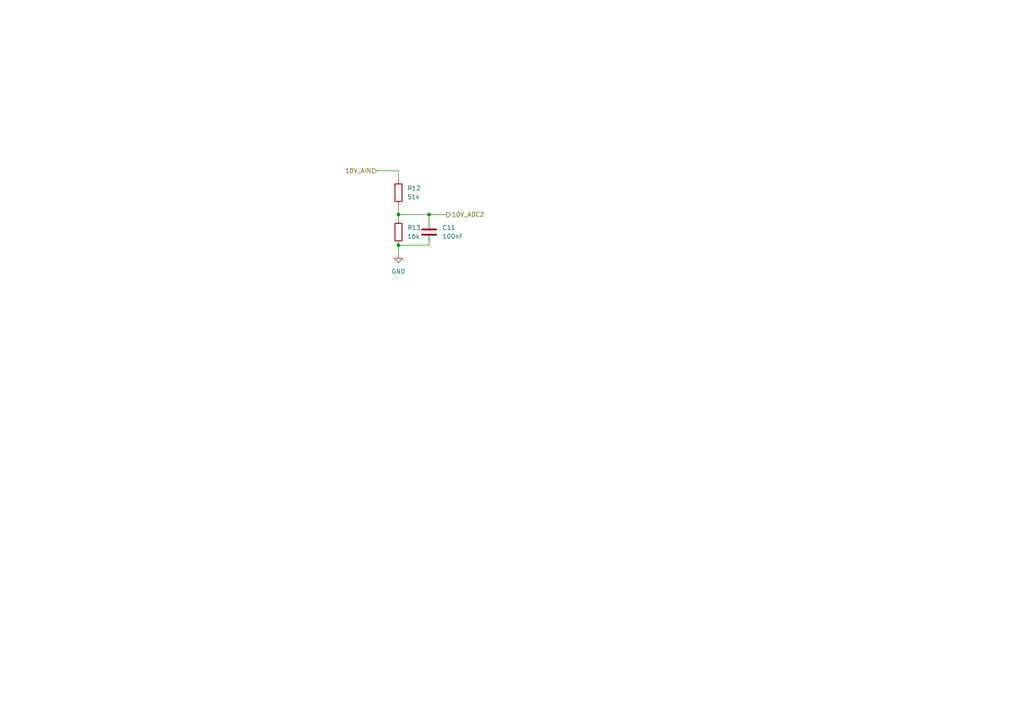
<source format=kicad_sch>
(kicad_sch
	(version 20250114)
	(generator "eeschema")
	(generator_version "9.0")
	(uuid "8628bacb-aef7-4252-8e06-1f46c013c9e8")
	(paper "A4")
	(lib_symbols
		(symbol "Device:C"
			(pin_numbers
				(hide yes)
			)
			(pin_names
				(offset 0.254)
			)
			(exclude_from_sim no)
			(in_bom yes)
			(on_board yes)
			(property "Reference" "C"
				(at 0.635 2.54 0)
				(effects
					(font
						(size 1.27 1.27)
					)
					(justify left)
				)
			)
			(property "Value" "C"
				(at 0.635 -2.54 0)
				(effects
					(font
						(size 1.27 1.27)
					)
					(justify left)
				)
			)
			(property "Footprint" ""
				(at 0.9652 -3.81 0)
				(effects
					(font
						(size 1.27 1.27)
					)
					(hide yes)
				)
			)
			(property "Datasheet" "~"
				(at 0 0 0)
				(effects
					(font
						(size 1.27 1.27)
					)
					(hide yes)
				)
			)
			(property "Description" "Unpolarized capacitor"
				(at 0 0 0)
				(effects
					(font
						(size 1.27 1.27)
					)
					(hide yes)
				)
			)
			(property "ki_keywords" "cap capacitor"
				(at 0 0 0)
				(effects
					(font
						(size 1.27 1.27)
					)
					(hide yes)
				)
			)
			(property "ki_fp_filters" "C_*"
				(at 0 0 0)
				(effects
					(font
						(size 1.27 1.27)
					)
					(hide yes)
				)
			)
			(symbol "C_0_1"
				(polyline
					(pts
						(xy -2.032 0.762) (xy 2.032 0.762)
					)
					(stroke
						(width 0.508)
						(type default)
					)
					(fill
						(type none)
					)
				)
				(polyline
					(pts
						(xy -2.032 -0.762) (xy 2.032 -0.762)
					)
					(stroke
						(width 0.508)
						(type default)
					)
					(fill
						(type none)
					)
				)
			)
			(symbol "C_1_1"
				(pin passive line
					(at 0 3.81 270)
					(length 2.794)
					(name "~"
						(effects
							(font
								(size 1.27 1.27)
							)
						)
					)
					(number "1"
						(effects
							(font
								(size 1.27 1.27)
							)
						)
					)
				)
				(pin passive line
					(at 0 -3.81 90)
					(length 2.794)
					(name "~"
						(effects
							(font
								(size 1.27 1.27)
							)
						)
					)
					(number "2"
						(effects
							(font
								(size 1.27 1.27)
							)
						)
					)
				)
			)
			(embedded_fonts no)
		)
		(symbol "Device:R"
			(pin_numbers
				(hide yes)
			)
			(pin_names
				(offset 0)
			)
			(exclude_from_sim no)
			(in_bom yes)
			(on_board yes)
			(property "Reference" "R"
				(at 2.032 0 90)
				(effects
					(font
						(size 1.27 1.27)
					)
				)
			)
			(property "Value" "R"
				(at 0 0 90)
				(effects
					(font
						(size 1.27 1.27)
					)
				)
			)
			(property "Footprint" ""
				(at -1.778 0 90)
				(effects
					(font
						(size 1.27 1.27)
					)
					(hide yes)
				)
			)
			(property "Datasheet" "~"
				(at 0 0 0)
				(effects
					(font
						(size 1.27 1.27)
					)
					(hide yes)
				)
			)
			(property "Description" "Resistor"
				(at 0 0 0)
				(effects
					(font
						(size 1.27 1.27)
					)
					(hide yes)
				)
			)
			(property "ki_keywords" "R res resistor"
				(at 0 0 0)
				(effects
					(font
						(size 1.27 1.27)
					)
					(hide yes)
				)
			)
			(property "ki_fp_filters" "R_*"
				(at 0 0 0)
				(effects
					(font
						(size 1.27 1.27)
					)
					(hide yes)
				)
			)
			(symbol "R_0_1"
				(rectangle
					(start -1.016 -2.54)
					(end 1.016 2.54)
					(stroke
						(width 0.254)
						(type default)
					)
					(fill
						(type none)
					)
				)
			)
			(symbol "R_1_1"
				(pin passive line
					(at 0 3.81 270)
					(length 1.27)
					(name "~"
						(effects
							(font
								(size 1.27 1.27)
							)
						)
					)
					(number "1"
						(effects
							(font
								(size 1.27 1.27)
							)
						)
					)
				)
				(pin passive line
					(at 0 -3.81 90)
					(length 1.27)
					(name "~"
						(effects
							(font
								(size 1.27 1.27)
							)
						)
					)
					(number "2"
						(effects
							(font
								(size 1.27 1.27)
							)
						)
					)
				)
			)
			(embedded_fonts no)
		)
		(symbol "power:GND"
			(power)
			(pin_numbers
				(hide yes)
			)
			(pin_names
				(offset 0)
				(hide yes)
			)
			(exclude_from_sim no)
			(in_bom yes)
			(on_board yes)
			(property "Reference" "#PWR"
				(at 0 -6.35 0)
				(effects
					(font
						(size 1.27 1.27)
					)
					(hide yes)
				)
			)
			(property "Value" "GND"
				(at 0 -3.81 0)
				(effects
					(font
						(size 1.27 1.27)
					)
				)
			)
			(property "Footprint" ""
				(at 0 0 0)
				(effects
					(font
						(size 1.27 1.27)
					)
					(hide yes)
				)
			)
			(property "Datasheet" ""
				(at 0 0 0)
				(effects
					(font
						(size 1.27 1.27)
					)
					(hide yes)
				)
			)
			(property "Description" "Power symbol creates a global label with name \"GND\" , ground"
				(at 0 0 0)
				(effects
					(font
						(size 1.27 1.27)
					)
					(hide yes)
				)
			)
			(property "ki_keywords" "global power"
				(at 0 0 0)
				(effects
					(font
						(size 1.27 1.27)
					)
					(hide yes)
				)
			)
			(symbol "GND_0_1"
				(polyline
					(pts
						(xy 0 0) (xy 0 -1.27) (xy 1.27 -1.27) (xy 0 -2.54) (xy -1.27 -1.27) (xy 0 -1.27)
					)
					(stroke
						(width 0)
						(type default)
					)
					(fill
						(type none)
					)
				)
			)
			(symbol "GND_1_1"
				(pin power_in line
					(at 0 0 270)
					(length 0)
					(name "~"
						(effects
							(font
								(size 1.27 1.27)
							)
						)
					)
					(number "1"
						(effects
							(font
								(size 1.27 1.27)
							)
						)
					)
				)
			)
			(embedded_fonts no)
		)
	)
	(junction
		(at 115.57 62.23)
		(diameter 0)
		(color 0 0 0 0)
		(uuid "09ac9474-48dc-469d-83d5-87e16dcc1827")
	)
	(junction
		(at 124.46 62.23)
		(diameter 0)
		(color 0 0 0 0)
		(uuid "665774ef-ad5a-4bd5-a9ae-acdb8b11745b")
	)
	(junction
		(at 115.57 71.12)
		(diameter 0)
		(color 0 0 0 0)
		(uuid "6c42d843-f158-4fa2-881a-7c37fb4977a9")
	)
	(wire
		(pts
			(xy 115.57 49.53) (xy 115.57 52.07)
		)
		(stroke
			(width 0)
			(type default)
		)
		(uuid "1b98b8b6-e99b-476d-94f2-f626c969fcec")
	)
	(wire
		(pts
			(xy 115.57 71.12) (xy 124.46 71.12)
		)
		(stroke
			(width 0)
			(type default)
		)
		(uuid "23912476-969b-4d68-b50f-c128b2e99276")
	)
	(wire
		(pts
			(xy 124.46 62.23) (xy 124.46 63.5)
		)
		(stroke
			(width 0)
			(type default)
		)
		(uuid "336e586c-2b8b-4caa-8341-5e811c235d6f")
	)
	(wire
		(pts
			(xy 115.57 71.12) (xy 115.57 73.66)
		)
		(stroke
			(width 0)
			(type default)
		)
		(uuid "833fff90-46e0-4971-a1e0-ecd8458471f3")
	)
	(wire
		(pts
			(xy 124.46 62.23) (xy 129.54 62.23)
		)
		(stroke
			(width 0)
			(type default)
		)
		(uuid "8385b4ce-db87-463b-9b14-360138bc0901")
	)
	(wire
		(pts
			(xy 115.57 62.23) (xy 115.57 63.5)
		)
		(stroke
			(width 0)
			(type default)
		)
		(uuid "8a2247ca-4971-4db0-8a52-b7598c994662")
	)
	(wire
		(pts
			(xy 115.57 62.23) (xy 124.46 62.23)
		)
		(stroke
			(width 0)
			(type default)
		)
		(uuid "c0b9b708-bbb8-491a-a748-e14fff7e59a1")
	)
	(wire
		(pts
			(xy 109.22 49.53) (xy 115.57 49.53)
		)
		(stroke
			(width 0)
			(type default)
		)
		(uuid "d2f184ef-643e-491d-bbfe-afa890fedf5a")
	)
	(wire
		(pts
			(xy 115.57 59.69) (xy 115.57 62.23)
		)
		(stroke
			(width 0)
			(type default)
		)
		(uuid "e5a6474c-2483-4681-a64d-122327e7a412")
	)
	(hierarchical_label "10V_ADC2"
		(shape output)
		(at 129.54 62.23 0)
		(effects
			(font
				(size 1.27 1.27)
			)
			(justify left)
		)
		(uuid "4f0effbd-3c7c-4ae4-93e3-f4b82225f8d2")
	)
	(hierarchical_label "10V_AIN"
		(shape input)
		(at 109.22 49.53 180)
		(effects
			(font
				(size 1.27 1.27)
			)
			(justify right)
		)
		(uuid "9bab0c6e-04b5-4b39-a4a9-65a617020638")
	)
	(symbol
		(lib_id "Device:R")
		(at 115.57 67.31 0)
		(unit 1)
		(exclude_from_sim no)
		(in_bom yes)
		(on_board yes)
		(dnp no)
		(fields_autoplaced yes)
		(uuid "6a307f0c-dec4-453f-9a66-7cfa4624acbb")
		(property "Reference" "R13"
			(at 118.11 66.0399 0)
			(effects
				(font
					(size 1.27 1.27)
				)
				(justify left)
			)
		)
		(property "Value" "16k"
			(at 118.11 68.5799 0)
			(effects
				(font
					(size 1.27 1.27)
				)
				(justify left)
			)
		)
		(property "Footprint" "PCM_Resistor_SMD_AKL:R_0603_1608Metric"
			(at 113.792 67.31 90)
			(effects
				(font
					(size 1.27 1.27)
				)
				(hide yes)
			)
		)
		(property "Datasheet" "~"
			(at 115.57 67.31 0)
			(effects
				(font
					(size 1.27 1.27)
				)
				(hide yes)
			)
		)
		(property "Description" "Resistor"
			(at 115.57 67.31 0)
			(effects
				(font
					(size 1.27 1.27)
				)
				(hide yes)
			)
		)
		(pin "1"
			(uuid "3720cc91-0a95-4030-90c2-6dc97c8656d3")
		)
		(pin "2"
			(uuid "9e5d8863-e5a3-42a4-9962-82d039142733")
		)
		(instances
			(project "NIVARA PROJECT"
				(path "/dc6fb271-dfd0-4448-98f1-862b1cc93a80/2ca62569-d560-4cca-9470-52fd378086ae/7347e075-81ce-4f96-92b3-3a1edadbcf33"
					(reference "R13")
					(unit 1)
				)
			)
		)
	)
	(symbol
		(lib_id "Device:C")
		(at 124.46 67.31 0)
		(unit 1)
		(exclude_from_sim no)
		(in_bom yes)
		(on_board yes)
		(dnp no)
		(fields_autoplaced yes)
		(uuid "709f7130-a31b-4f07-b5d5-e5606b340b6b")
		(property "Reference" "C11"
			(at 128.27 66.0399 0)
			(effects
				(font
					(size 1.27 1.27)
				)
				(justify left)
			)
		)
		(property "Value" "100nF"
			(at 128.27 68.5799 0)
			(effects
				(font
					(size 1.27 1.27)
				)
				(justify left)
			)
		)
		(property "Footprint" "PCM_Capacitor_SMD_AKL:C_0603_1608Metric"
			(at 125.4252 71.12 0)
			(effects
				(font
					(size 1.27 1.27)
				)
				(hide yes)
			)
		)
		(property "Datasheet" "~"
			(at 124.46 67.31 0)
			(effects
				(font
					(size 1.27 1.27)
				)
				(hide yes)
			)
		)
		(property "Description" "Unpolarized capacitor"
			(at 124.46 67.31 0)
			(effects
				(font
					(size 1.27 1.27)
				)
				(hide yes)
			)
		)
		(pin "2"
			(uuid "795bd637-9872-4534-952e-73b2cb649aa6")
		)
		(pin "1"
			(uuid "59af38fd-916a-41c4-9e07-577ecf7bd300")
		)
		(instances
			(project "NIVARA PROJECT"
				(path "/dc6fb271-dfd0-4448-98f1-862b1cc93a80/2ca62569-d560-4cca-9470-52fd378086ae/7347e075-81ce-4f96-92b3-3a1edadbcf33"
					(reference "C11")
					(unit 1)
				)
			)
		)
	)
	(symbol
		(lib_id "power:GND")
		(at 115.57 73.66 0)
		(unit 1)
		(exclude_from_sim no)
		(in_bom yes)
		(on_board yes)
		(dnp no)
		(fields_autoplaced yes)
		(uuid "8926991f-06cf-4f9f-85d6-9ca4892d599e")
		(property "Reference" "#PWR033"
			(at 115.57 80.01 0)
			(effects
				(font
					(size 1.27 1.27)
				)
				(hide yes)
			)
		)
		(property "Value" "GND"
			(at 115.57 78.74 0)
			(effects
				(font
					(size 1.27 1.27)
				)
			)
		)
		(property "Footprint" ""
			(at 115.57 73.66 0)
			(effects
				(font
					(size 1.27 1.27)
				)
				(hide yes)
			)
		)
		(property "Datasheet" ""
			(at 115.57 73.66 0)
			(effects
				(font
					(size 1.27 1.27)
				)
				(hide yes)
			)
		)
		(property "Description" "Power symbol creates a global label with name \"GND\" , ground"
			(at 115.57 73.66 0)
			(effects
				(font
					(size 1.27 1.27)
				)
				(hide yes)
			)
		)
		(pin "1"
			(uuid "b6ed84ca-a022-4d89-92f5-831e034772cc")
		)
		(instances
			(project "NIVARA PROJECT"
				(path "/dc6fb271-dfd0-4448-98f1-862b1cc93a80/2ca62569-d560-4cca-9470-52fd378086ae/7347e075-81ce-4f96-92b3-3a1edadbcf33"
					(reference "#PWR033")
					(unit 1)
				)
			)
		)
	)
	(symbol
		(lib_id "Device:R")
		(at 115.57 55.88 0)
		(unit 1)
		(exclude_from_sim no)
		(in_bom yes)
		(on_board yes)
		(dnp no)
		(fields_autoplaced yes)
		(uuid "a15be0c1-3e2a-410a-887a-3ed22ce54612")
		(property "Reference" "R12"
			(at 118.11 54.6099 0)
			(effects
				(font
					(size 1.27 1.27)
				)
				(justify left)
			)
		)
		(property "Value" "51k"
			(at 118.11 57.1499 0)
			(effects
				(font
					(size 1.27 1.27)
				)
				(justify left)
			)
		)
		(property "Footprint" "PCM_Resistor_SMD_AKL:R_0603_1608Metric"
			(at 113.792 55.88 90)
			(effects
				(font
					(size 1.27 1.27)
				)
				(hide yes)
			)
		)
		(property "Datasheet" "~"
			(at 115.57 55.88 0)
			(effects
				(font
					(size 1.27 1.27)
				)
				(hide yes)
			)
		)
		(property "Description" "Resistor"
			(at 115.57 55.88 0)
			(effects
				(font
					(size 1.27 1.27)
				)
				(hide yes)
			)
		)
		(pin "1"
			(uuid "417cd5e0-28e5-40a8-abf3-c874f604d0f0")
		)
		(pin "2"
			(uuid "feaa00ac-7655-494f-913b-45ccb5b8515f")
		)
		(instances
			(project "NIVARA PROJECT"
				(path "/dc6fb271-dfd0-4448-98f1-862b1cc93a80/2ca62569-d560-4cca-9470-52fd378086ae/7347e075-81ce-4f96-92b3-3a1edadbcf33"
					(reference "R12")
					(unit 1)
				)
			)
		)
	)
)

</source>
